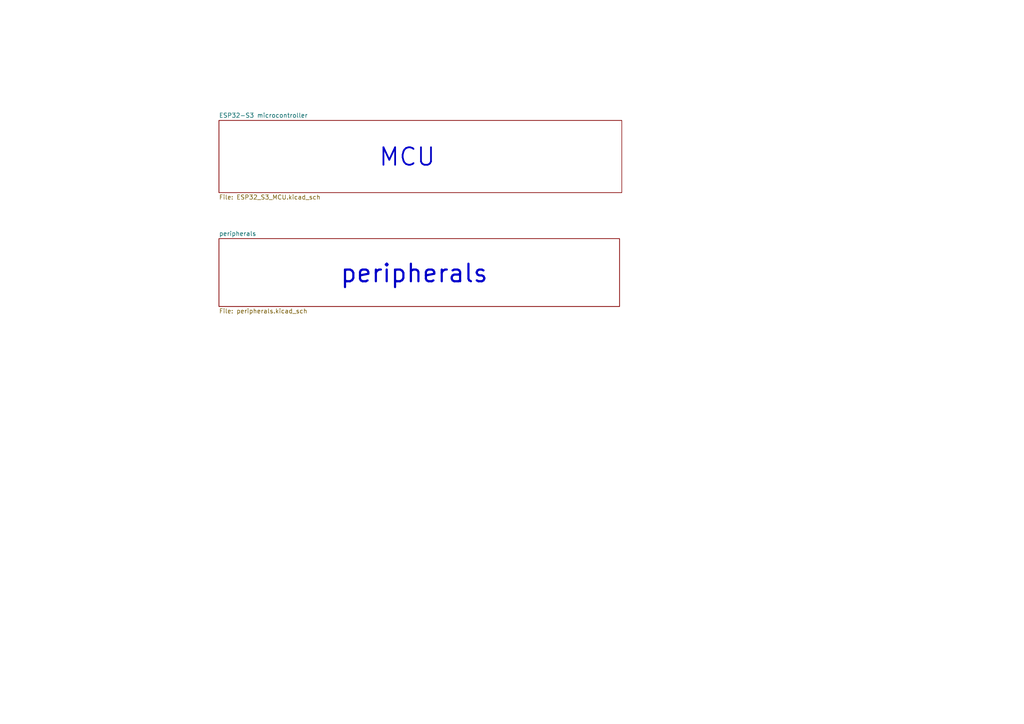
<source format=kicad_sch>
(kicad_sch
	(version 20250114)
	(generator "eeschema")
	(generator_version "9.0")
	(uuid "ca0cd34c-eb99-4561-a785-570e69c6bef5")
	(paper "A4")
	(lib_symbols)
	(text "MCU"
		(exclude_from_sim no)
		(at 118.11 45.72 0)
		(effects
			(font
				(size 5.08 5.08)
				(thickness 0.508)
				(bold yes)
			)
		)
		(uuid "5c106819-1f9d-4265-8583-e8e981b3c24a")
	)
	(text "peripherals"
		(exclude_from_sim no)
		(at 120.142 79.502 0)
		(effects
			(font
				(size 5.08 5.08)
				(thickness 0.635)
			)
		)
		(uuid "df8f0b6d-2708-40e1-b3d9-0665524b4d22")
	)
	(sheet
		(at 63.5 34.925)
		(size 116.84 20.955)
		(exclude_from_sim no)
		(in_bom yes)
		(on_board yes)
		(dnp no)
		(fields_autoplaced yes)
		(stroke
			(width 0.1524)
			(type solid)
		)
		(fill
			(color 0 0 0 0.0000)
		)
		(uuid "8899da43-2b01-4e40-8f05-46eb4ece61f4")
		(property "Sheetname" "ESP32-S3 microcontroller"
			(at 63.5 34.2134 0)
			(effects
				(font
					(size 1.27 1.27)
				)
				(justify left bottom)
			)
		)
		(property "Sheetfile" "ESP32_S3_MCU.kicad_sch"
			(at 63.5 56.4646 0)
			(effects
				(font
					(size 1.27 1.27)
				)
				(justify left top)
			)
		)
		(instances
			(project "speaking_clock_smd"
				(path "/ca0cd34c-eb99-4561-a785-570e69c6bef5"
					(page "2")
				)
			)
		)
	)
	(sheet
		(at 63.5 69.215)
		(size 116.205 19.685)
		(exclude_from_sim no)
		(in_bom yes)
		(on_board yes)
		(dnp no)
		(fields_autoplaced yes)
		(stroke
			(width 0.1524)
			(type solid)
		)
		(fill
			(color 0 0 0 0.0000)
		)
		(uuid "a1967fab-b6a9-4767-83b5-cdb09e12af5d")
		(property "Sheetname" "peripherals"
			(at 63.5 68.5034 0)
			(effects
				(font
					(size 1.27 1.27)
				)
				(justify left bottom)
			)
		)
		(property "Sheetfile" "peripherals.kicad_sch"
			(at 63.5 89.4846 0)
			(effects
				(font
					(size 1.27 1.27)
				)
				(justify left top)
			)
		)
		(instances
			(project "speaking_clock_smd"
				(path "/ca0cd34c-eb99-4561-a785-570e69c6bef5"
					(page "3")
				)
			)
		)
	)
	(sheet_instances
		(path "/"
			(page "1")
		)
	)
	(embedded_fonts no)
)

</source>
